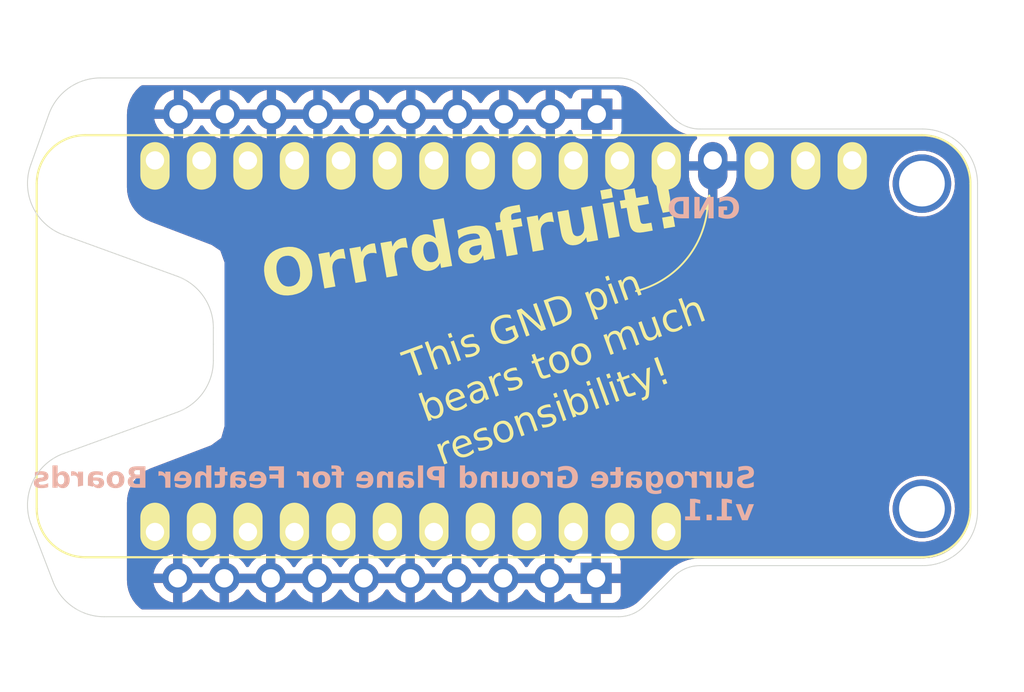
<source format=kicad_pcb>
(kicad_pcb (version 20240108) (generator "pcbnew") (generator_version "8.0")
  (title_block (title "Surrogate Ground Plane for Feather Boards") (date "2024-10-28") (rev "1.0") (comment 1 "See https://beste-lampe.de for the source and more information") (comment 2 "This source describes Open Hardware and is licensed under the CERN-OHL-S v2.") (comment 3 "Copyright 2024 Lena Schimmel <mail@lenaschimmel.de>"))
  (layers (0 "F.Cu" signal) (31 "B.Cu" signal) (34 "B.Paste" user) (35 "F.Paste" user) (36 "B.SilkS" user "B.Silkscreen") (37 "F.SilkS" user "F.Silkscreen") (38 "B.Mask" user) (39 "F.Mask" user) (44 "Edge.Cuts" user))
  (net 0 "")
  (net 1 "GND")
  (footprint "Connector_PinHeader_2.54mm:PinHeader_1x10_P2.54mm_Vertical" (layer "F.Cu") (at 90.955 77.42 -90)
    (property "Reference" "J6" (hide yes))
    (property "Value" "Conn_01x10_Pin")
    (pad "1" thru_hole rect (at 0 0 270) (size 1.7 1.7) (drill 1) (layers "*.Cu" "*.Mask") (net 1 "GND"))
    (pad "2" thru_hole oval (at 0 2.54 270) (size 1.7 1.7) (drill 1) (layers "*.Cu" "*.Mask") (net 1 "GND"))
    (pad "3" thru_hole oval (at 0 5.08 270) (size 1.7 1.7) (drill 1) (layers "*.Cu" "*.Mask") (net 1 "GND"))
    (pad "4" thru_hole oval (at 0 7.62 270) (size 1.7 1.7) (drill 1) (layers "*.Cu" "*.Mask") (net 1 "GND"))
    (pad "5" thru_hole oval (at 0 10.16 270) (size 1.7 1.7) (drill 1) (layers "*.Cu" "*.Mask") (net 1 "GND"))
    (pad "6" thru_hole oval (at 0 12.7 270) (size 1.7 1.7) (drill 1) (layers "*.Cu" "*.Mask") (net 1 "GND"))
    (pad "7" thru_hole oval (at 0 15.24 270) (size 1.7 1.7) (drill 1) (layers "*.Cu" "*.Mask") (net 1 "GND"))
    (pad "8" thru_hole oval (at 0 17.78 270) (size 1.7 1.7) (drill 1) (layers "*.Cu" "*.Mask") (net 1 "GND"))
    (pad "9" thru_hole oval (at 0 20.32 270) (size 1.7 1.7) (drill 1) (layers "*.Cu" "*.Mask") (net 1 "GND"))
    (pad "10" thru_hole oval (at 0 22.86 270) (size 1.7 1.7) (drill 1) (layers "*.Cu" "*.Mask") (net 1 "GND"))
  )
  (footprint "Own footprints:Adafruit_Feather_Only_Holes" (layer "F.Cu") (at 104.91 79.9475 -90)
    (property "Reference" "A1" (hide yes))
    (property "Value" "Adafruit_Feather_Generic")
    (fp_line (start 19.05 44.56) (end 1.27 44.56) (stroke (width 0.12)) (layer "F.SilkS"))
    (fp_line (start -1.38 -3.81) (end -1.38 41.91) (stroke (width 0.12)) (layer "F.SilkS"))
    (fp_line (start 21.7 -3.81) (end 21.7 41.91) (stroke (width 0.12)) (layer "F.SilkS"))
    (fp_line (start 19.05 -6.46) (end 1.27 -6.46) (stroke (width 0.12)) (layer "F.SilkS"))
    (fp_arc (start 1.27 44.56) (mid -0.603833 43.783833) (end -1.38 41.91) (stroke (width 0.12)) (layer "F.SilkS"))
    (fp_arc (start 21.7 41.91) (mid 20.923833 43.783833) (end 19.05 44.56) (stroke (width 0.12)) (layer "F.SilkS"))
    (fp_arc (start -1.38 -3.81) (mid -0.603833 -5.683833) (end 1.27 -6.46) (stroke (width 0.12)) (layer "F.SilkS"))
    (fp_arc (start 19.05 -6.46) (mid 20.923833 -5.683833) (end 21.7 -3.81) (stroke (width 0.12)) (layer "F.SilkS"))
    (pad "" np_thru_hole oval (at 0 0 270) (size 2.6 1.6) (drill 1 (offset 0.3 0)) (layers "F.SilkS"))
    (pad "" np_thru_hole oval (at 0 2.54 270) (size 2.6 1.6) (drill 1 (offset 0.3 0)) (layers "F.SilkS"))
    (pad "" np_thru_hole oval (at 0 5.08 270) (size 2.6 1.6) (drill 1 (offset 0.3 0)) (layers "F.SilkS"))
    (pad "" thru_hole oval (at 0 7.62 270) (size 2.6 1.6) (drill 1 (offset 0.3 0)) (layers "*.Cu" "*.Mask") (net 1 "GND"))
    (pad "" np_thru_hole oval (at 0 10.16 270) (size 2.6 1.6) (drill 1 (offset 0.3 0)) (layers "F.SilkS"))
    (pad "" np_thru_hole oval (at 0 12.7 270) (size 2.6 1.6) (drill 1 (offset 0.3 0)) (layers "F.SilkS"))
    (pad "" np_thru_hole oval (at 0 15.24 270) (size 2.6 1.6) (drill 1 (offset 0.3 0)) (layers "F.SilkS"))
    (pad "" np_thru_hole oval (at 0 17.78 270) (size 2.6 1.6) (drill 1 (offset 0.3 0)) (layers "F.SilkS"))
    (pad "" np_thru_hole oval (at 0 20.32 270) (size 2.6 1.6) (drill 1 (offset 0.3 0)) (layers "F.SilkS"))
    (pad "" np_thru_hole oval (at 0 22.86 270) (size 2.6 1.6) (drill 1 (offset 0.3 0)) (layers "F.SilkS"))
    (pad "" np_thru_hole oval (at 0 25.4 270) (size 2.6 1.6) (drill 1 (offset 0.3 0)) (layers "F.SilkS"))
    (pad "" np_thru_hole oval (at 0 27.94 270) (size 2.6 1.6) (drill 1 (offset 0.3 0)) (layers "F.SilkS"))
    (pad "" np_thru_hole oval (at 0 30.48 270) (size 2.6 1.6) (drill 1 (offset 0.3 0)) (layers "F.SilkS"))
    (pad "" np_thru_hole oval (at 0 33.02 270) (size 2.6 1.6) (drill 1 (offset 0.3 0)) (layers "F.SilkS"))
    (pad "" np_thru_hole oval (at 0 35.56 270) (size 2.6 1.6) (drill 1 (offset 0.3 0)) (layers "F.SilkS"))
    (pad "" np_thru_hole oval (at 0 38.1 270) (size 2.6 1.6) (drill 1 (offset 0.3 0)) (layers "F.SilkS"))
    (pad "" np_thru_hole circle (at 1.27 -3.81 180) (size 3.2 3.2) (drill 2.5) (layers "*.Cu" "*.Mask"))
    (pad "" np_thru_hole circle (at 1.27 41.91 180) (size 2.54 2.54) (drill 2.54) (layers "*.Cu" "*.Mask"))
    (pad "" np_thru_hole circle (at 19.05 -3.81 180) (size 3.2 3.2) (drill 2.5) (layers "*.Cu" "*.Mask"))
    (pad "" np_thru_hole circle (at 19.05 41.91 180) (size 2.54 2.54) (drill 2.54) (layers "*.Cu" "*.Mask"))
    (pad "" np_thru_hole oval (at 20.32 10.16 90) (size 2.6 1.6) (drill 1 (offset 0.3 0)) (layers "F.SilkS"))
    (pad "" np_thru_hole oval (at 20.32 12.7 90) (size 2.6 1.6) (drill 1 (offset 0.3 0)) (layers "F.SilkS"))
    (pad "" np_thru_hole oval (at 20.32 15.24 90) (size 2.6 1.6) (drill 1 (offset 0.3 0)) (layers "F.SilkS"))
    (pad "" np_thru_hole oval (at 20.32 17.78 90) (size 2.6 1.6) (drill 1 (offset 0.3 0)) (layers "F.SilkS"))
    (pad "" np_thru_hole oval (at 20.32 20.32 90) (size 2.6 1.6) (drill 1 (offset 0.3 0)) (layers "F.SilkS"))
    (pad "" np_thru_hole oval (at 20.32 22.86 90) (size 2.6 1.6) (drill 1 (offset 0.3 0)) (layers "F.SilkS"))
    (pad "" np_thru_hole oval (at 20.32 25.4 90) (size 2.6 1.6) (drill 1 (offset 0.3 0)) (layers "F.SilkS"))
    (pad "" np_thru_hole oval (at 20.32 27.94 90) (size 2.6 1.6) (drill 1 (offset 0.3 0)) (layers "F.SilkS"))
    (pad "" np_thru_hole oval (at 20.32 30.48 90) (size 2.6 1.6) (drill 1 (offset 0.3 0)) (layers "F.SilkS"))
    (pad "" np_thru_hole oval (at 20.32 33.02 90) (size 2.6 1.6) (drill 1 (offset 0.3 0)) (layers "F.SilkS"))
    (pad "" np_thru_hole oval (at 20.32 35.56 90) (size 2.6 1.6) (drill 1 (offset 0.3 0)) (layers "F.SilkS"))
    (pad "" np_thru_hole oval (at 20.32 38.1 90) (size 2.6 1.6) (drill 1 (offset 0.3 0)) (layers "F.SilkS"))
  )
  (footprint "Connector_PinHeader_2.54mm:PinHeader_1x10_P2.54mm_Vertical" (layer "F.Cu") (at 90.915 102.8 -90)
    (property "Reference" "J7" (hide yes))
    (property "Value" "Conn_01x10_Pin")
    (pad "1" thru_hole rect (at 0 0 270) (size 1.7 1.7) (drill 1) (layers "*.Cu" "*.Mask") (net 1 "GND"))
    (pad "2" thru_hole oval (at 0 2.54 270) (size 1.7 1.7) (drill 1) (layers "*.Cu" "*.Mask") (net 1 "GND"))
    (pad "3" thru_hole oval (at 0 5.08 270) (size 1.7 1.7) (drill 1) (layers "*.Cu" "*.Mask") (net 1 "GND"))
    (pad "4" thru_hole oval (at 0 7.62 270) (size 1.7 1.7) (drill 1) (layers "*.Cu" "*.Mask") (net 1 "GND"))
    (pad "5" thru_hole oval (at 0 10.16 270) (size 1.7 1.7) (drill 1) (layers "*.Cu" "*.Mask") (net 1 "GND"))
    (pad "6" thru_hole oval (at 0 12.7 270) (size 1.7 1.7) (drill 1) (layers "*.Cu" "*.Mask") (net 1 "GND"))
    (pad "7" thru_hole oval (at 0 15.24 270) (size 1.7 1.7) (drill 1) (layers "*.Cu" "*.Mask") (net 1 "GND"))
    (pad "8" thru_hole oval (at 0 17.78 270) (size 1.7 1.7) (drill 1) (layers "*.Cu" "*.Mask") (net 1 "GND"))
    (pad "9" thru_hole oval (at 0 20.32 270) (size 1.7 1.7) (drill 1) (layers "*.Cu" "*.Mask") (net 1 "GND"))
    (pad "10" thru_hole oval (at 0 22.86 270) (size 1.7 1.7) (drill 1) (layers "*.Cu" "*.Mask") (net 1 "GND"))
  )
  (gr_poly (pts (xy 97.1042 81.8642) (xy 96.7232 82.5754) (xy 97.2312 82.6262)) (stroke (width 0.1)) (fill solid) (layer "F.SilkS"))
  (gr_arc (start 97.0026 82.5246) (mid 95.778188 85.436343) (end 93.091 87.0966) (stroke (width 0.1)) (layer "F.SilkS"))
  (gr_line (start 111.76 81.232) (end 111.76 99.108) (stroke (width 0.05)) (layer "Edge.Cuts"))
  (gr_line (start 61.819381 95.974771) (end 68.025229 93.718098) (stroke (width 0.05)) (layer "Edge.Cuts"))
  (gr_line (start 63.834908 75.438) (end 92.135573 75.438) (stroke (width 0.05)) (layer "Edge.Cuts"))
  (gr_line (start 95.172213 102.693787) (end 93.549786 104.316214) (stroke (width 0.05)) (layer "Edge.Cuts"))
  (gr_line (start 96.586427 78.232) (end 108.76 78.232) (stroke (width 0.05)) (layer "Edge.Cuts"))
  (gr_arc (start 96.586427 78.232) (mid 95.821055 78.079768) (end 95.172214 77.646214) (stroke (width 0.05)) (layer "Edge.Cuts"))
  (gr_line (start 70 89.101282) (end 70 90) (stroke (width 0.05)) (layer "Edge.Cuts"))
  (gr_line (start 61.237153 102.976977) (end 60.025229 99.81938) (stroke (width 0.05)) (layer "Edge.Cuts"))
  (gr_line (start 61.010244 77.427418) (end 60.025229 80.18062) (stroke (width 0.05)) (layer "Edge.Cuts"))
  (gr_arc (start 61.010244 77.427418) (mid 62.107446 75.985275) (end 63.834908 75.438) (stroke (width 0.05)) (layer "Edge.Cuts"))
  (gr_arc (start 92.135573 75.438) (mid 92.90094 75.590241) (end 93.549787 76.023787) (stroke (width 0.05)) (layer "Edge.Cuts"))
  (gr_arc (start 70 90.898718) (mid 69.457195 92.619802) (end 68.025229 93.718098) (stroke (width 0.05)) (layer "Edge.Cuts"))
  (gr_line (start 92.135573 104.902) (end 64.037943 104.902) (stroke (width 0.05)) (layer "Edge.Cuts"))
  (gr_arc (start 61.81938 84.025229) (mid 60.126026 82.474505) (end 60.025229 80.18062) (stroke (width 0.05)) (layer "Edge.Cuts"))
  (gr_arc (start 64.037943 104.902) (mid 62.338649 104.374357) (end 61.237153 102.976977) (stroke (width 0.05)) (layer "Edge.Cuts"))
  (gr_arc (start 111.76 99.108) (mid 110.88132 101.22932) (end 108.76 102.108) (stroke (width 0.05)) (layer "Edge.Cuts"))
  (gr_arc (start 60.025229 99.81938) (mid 60.12606 97.525494) (end 61.819381 95.974771) (stroke (width 0.05)) (layer "Edge.Cuts"))
  (gr_line (start 108.76 102.108) (end 96.586427 102.108) (stroke (width 0.05)) (layer "Edge.Cuts"))
  (gr_line (start 61.81938 84.025229) (end 68.025229 86.281902) (stroke (width 0.05)) (layer "Edge.Cuts"))
  (gr_arc (start 93.549786 104.316214) (mid 92.90094 104.749759) (end 92.135573 104.902) (stroke (width 0.05)) (layer "Edge.Cuts"))
  (gr_arc (start 68.025229 86.281902) (mid 69.457209 87.380189) (end 70 89.101282) (stroke (width 0.05)) (layer "Edge.Cuts"))
  (gr_arc (start 108.76 78.232) (mid 110.88132 79.11068) (end 111.76 81.232) (stroke (width 0.05)) (layer "Edge.Cuts"))
  (gr_arc (start 95.172213 102.693787) (mid 95.82106 102.260241) (end 96.586427 102.108) (stroke (width 0.05)) (layer "Edge.Cuts"))
  (gr_line (start 93.549787 76.023787) (end 95.172214 77.646214) (stroke (width 0.05)) (layer "Edge.Cuts"))
  (gr_line (start 70 90.898718) (end 70 90) (stroke (width 0.05)) (layer "Edge.Cuts"))
  (gr_text "v1.1" (at 99.568 99.822 0) (layer "B.SilkS") (effects (font (size 1.15 1.15) (thickness 0.2) (bold yes)) (justify left bottom mirror)))
  (gr_text "Surrogate Ground Plane for Feather Boards" (at 99.656858 98.044 -0) (layer "B.SilkS") (effects (font (size 1.15 1.15) (thickness 0.2) (bold yes)) (justify left bottom mirror)))
  (gr_text "GND" (at 98.806 83.312 -0) (layer "B.SilkS") (effects (font (size 1.15 1.15) (thickness 0.2) (bold yes)) (justify left bottom mirror)))
  (gr_text "This GND pin\nbears too much \nresonsibility!" (at 82.5246 96.8756 20) (layer "F.SilkS") (effects (font (size 1.5 1.5) (thickness 0.14375) (italic yes)) (justify left bottom)))
  (gr_text "Orrrdafruit!" (at 72.9234 87.9348 10) (layer "F.SilkS") (effects (font (size 2.5 2.5) (thickness 0.2) (bold yes)) (justify left bottom)))
  (zone (net 1) (net_name "GND") (layers "F&B.Cu") (connect_pads (clearance 0.2)) (min_thickness 0.2) (fill yes (thermal_gap 0.5) (thermal_bridge_width 0.5) (smoothing fillet) (radius 2) (island_removal_mode 1) (island_area_min 10))
    (polygon (pts (xy 65.278 97.282) (xy 69.884252 95.527237) (xy 70.4342 95.123) (xy 70.612 94.488) (xy 70.612 85.5218) (xy 70.3834 84.8868) (xy 69.911714 84.569225) (xy 65.278 82.804) (xy 65.278 73.66) (xy 114.3 73.66) (xy 114.3 106.68) (xy 65.278 106.68)))
  )
)
</source>
